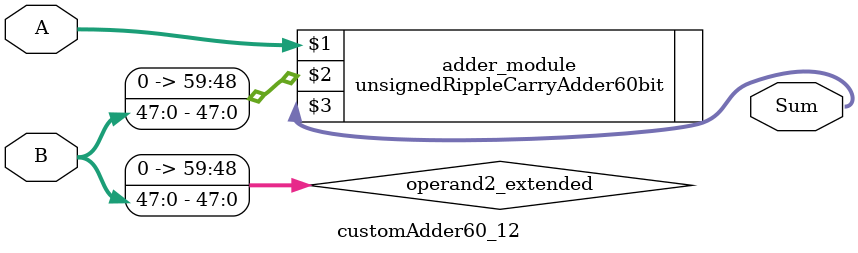
<source format=v>
module customAdder60_12(
                        input [59 : 0] A,
                        input [47 : 0] B,
                        
                        output [60 : 0] Sum
                );

        wire [59 : 0] operand2_extended;
        
        assign operand2_extended =  {12'b0, B};
        
        unsignedRippleCarryAdder60bit adder_module(
            A,
            operand2_extended,
            Sum
        );
        
        endmodule
        
</source>
